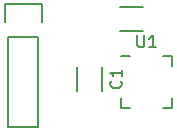
<source format=gto>
G04 #@! TF.FileFunction,Legend,Top*
%FSLAX46Y46*%
G04 Gerber Fmt 4.6, Leading zero omitted, Abs format (unit mm)*
G04 Created by KiCad (PCBNEW 4.0.2-stable) date 3/9/2016 7:51:43 PM*
%MOMM*%
G01*
G04 APERTURE LIST*
%ADD10C,0.100000*%
%ADD11C,0.150000*%
G04 APERTURE END LIST*
D10*
D11*
X146059000Y-106410000D02*
X146059000Y-104410000D01*
X144009000Y-104410000D02*
X144009000Y-106410000D01*
X149590000Y-99305000D02*
X147590000Y-99305000D01*
X147590000Y-101355000D02*
X149590000Y-101355000D01*
X138176000Y-101854000D02*
X138176000Y-109474000D01*
X140716000Y-101854000D02*
X140716000Y-109474000D01*
X140996000Y-99034000D02*
X140996000Y-100584000D01*
X138176000Y-109474000D02*
X140716000Y-109474000D01*
X140716000Y-101854000D02*
X138176000Y-101854000D01*
X137896000Y-100584000D02*
X137896000Y-99034000D01*
X137896000Y-99034000D02*
X140996000Y-99034000D01*
X152035000Y-103489000D02*
X152035000Y-104289000D01*
X147685000Y-107839000D02*
X147685000Y-107039000D01*
X152035000Y-107839000D02*
X152035000Y-107039000D01*
X147685000Y-103489000D02*
X148485000Y-103489000D01*
X147685000Y-107839000D02*
X148485000Y-107839000D01*
X152035000Y-107839000D02*
X151235000Y-107839000D01*
X152035000Y-103489000D02*
X151235000Y-103489000D01*
X147691143Y-105576666D02*
X147738762Y-105624285D01*
X147786381Y-105767142D01*
X147786381Y-105862380D01*
X147738762Y-106005238D01*
X147643524Y-106100476D01*
X147548286Y-106148095D01*
X147357810Y-106195714D01*
X147214952Y-106195714D01*
X147024476Y-106148095D01*
X146929238Y-106100476D01*
X146834000Y-106005238D01*
X146786381Y-105862380D01*
X146786381Y-105767142D01*
X146834000Y-105624285D01*
X146881619Y-105576666D01*
X147786381Y-104624285D02*
X147786381Y-105195714D01*
X147786381Y-104910000D02*
X146786381Y-104910000D01*
X146929238Y-105005238D01*
X147024476Y-105100476D01*
X147072095Y-105195714D01*
X149098095Y-101716381D02*
X149098095Y-102525905D01*
X149145714Y-102621143D01*
X149193333Y-102668762D01*
X149288571Y-102716381D01*
X149479048Y-102716381D01*
X149574286Y-102668762D01*
X149621905Y-102621143D01*
X149669524Y-102525905D01*
X149669524Y-101716381D01*
X150669524Y-102716381D02*
X150098095Y-102716381D01*
X150383809Y-102716381D02*
X150383809Y-101716381D01*
X150288571Y-101859238D01*
X150193333Y-101954476D01*
X150098095Y-102002095D01*
M02*

</source>
